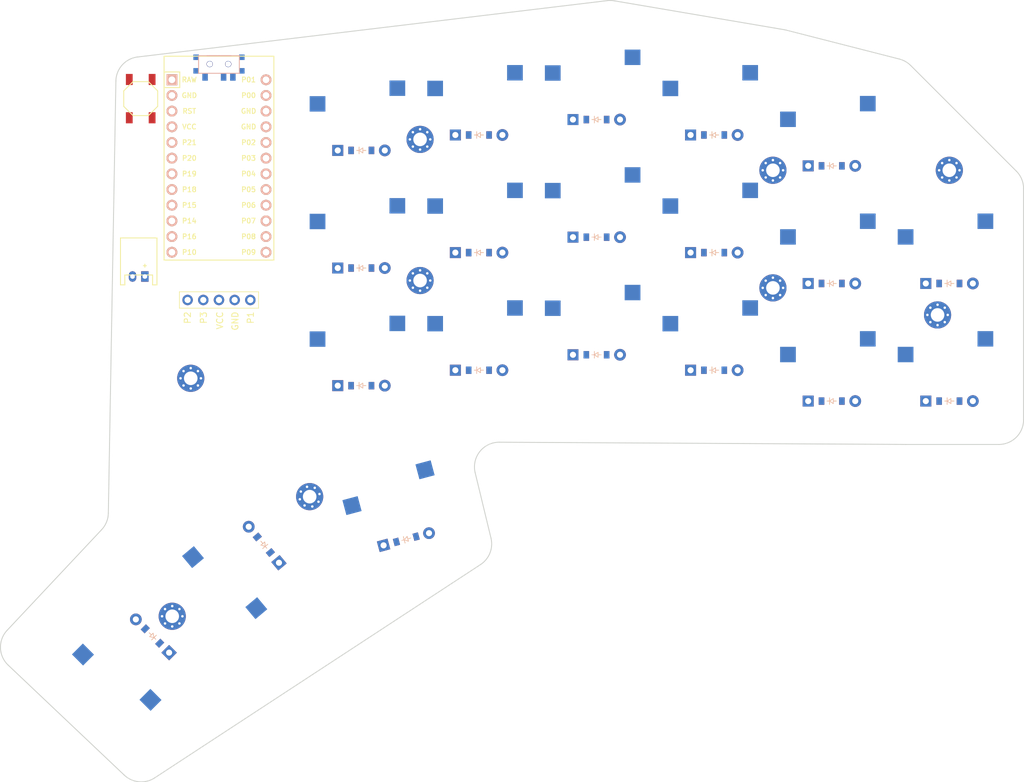
<source format=kicad_pcb>
(kicad_pcb (version 20240108) (generator "ergogen") (generator_version "4.2.1")
  (title_block (title "juubo_right") (date "2026-02-08") (rev "v1.0.0") (company "Unknown"))
  (layers (0 "F.Cu" signal) (31 "B.Cu" signal) (34 "B.Paste" user) (35 "F.Paste" user) (36 "B.SilkS" user "B.Silkscreen") (37 "F.SilkS" user "F.Silkscreen") (38 "B.Mask" user) (39 "F.Mask" user) (44 "Edge.Cuts" user))
  (net 0 "")
  (net 1 "P2")
  (net 2 "P3")
  (net 3 "VCC")
  (net 4 "GND")
  (net 5 "P1")
  (net 6 "DISP1_1")
  (net 7 "DISP1_2")
  (net 8 "DISP1_4")
  (net 9 "DISP1_5")
  (net 10 "P0")
  (net 11 "mirror_outer_bottom")
  (net 12 "mirror_outer_home")
  (net 13 "P4")
  (net 14 "mirror_pinky_bottom")
  (net 15 "mirror_pinky_home")
  (net 16 "mirror_pinky_top")
  (net 17 "P5")
  (net 18 "mirror_ring_bottom")
  (net 19 "mirror_ring_home")
  (net 20 "mirror_ring_top")
  (net 21 "P6")
  (net 22 "mirror_middle_bottom")
  (net 23 "mirror_middle_home")
  (net 24 "mirror_middle_top")
  (net 25 "P7")
  (net 26 "mirror_index_bottom")
  (net 27 "mirror_index_home")
  (net 28 "mirror_index_top")
  (net 29 "P8")
  (net 30 "mirror_inner_bottom")
  (net 31 "mirror_inner_home")
  (net 32 "mirror_inner_top")
  (net 33 "mirror_layer_cluster")
  (net 34 "mirror_space_cluster")
  (net 35 "mirror_extra_cluster")
  (net 36 "P16")
  (net 37 "P10")
  (net 38 "P9")
  (net 39 "P14")
  (net 40 "RAW")
  (net 41 "RST")
  (net 42 "P21")
  (net 43 "P20")
  (net 44 "P19")
  (net 45 "P18")
  (net 46 "P15")
  (net 47 "B+")
  (footprint "ceoloide:display_nice_view" (layer F.Cu) (at 325.55 121.92499999999998 0)
    (property "Reference" "DISP1" hide)
    (fp_text user "P2" (at -5.08 18.5 90) (layer "F.SilkS") (effects (justify right)))
    (fp_text user "P3" (at -2.48 18.5 90) (layer "F.SilkS") (effects (justify right)))
    (fp_text user "VCC" (at 0.15 18.5 90) (layer "F.SilkS") (effects (justify right)))
    (fp_text user "GND" (at 2.62 18.5 90) (layer "F.SilkS") (effects (justify right)))
    (fp_text user "P1" (at 5.12 18.5 90) (layer "F.SilkS") (effects (justify right)))
    (pad "1" thru_hole oval (at -5.08 16.7 270) (size 1.7 1.7) (drill 1) (layers "*.Cu" "*.Mask") (net 1 "P2"))
    (pad "2" thru_hole oval (at -2.54 16.7 270) (size 1.7 1.7) (drill 1) (layers "*.Cu" "*.Mask") (net 2 "P3"))
    (pad "3" thru_hole oval (at 0 16.7 270) (size 1.7 1.7) (drill 1) (layers "*.Cu" "*.Mask") (net 3 "VCC"))
    (pad "4" thru_hole oval (at 2.54 16.7 270) (size 1.7 1.7) (drill 1) (layers "*.Cu" "*.Mask") (net 4 "GND"))
    (pad "5" thru_hole circle (at 5.08 16.7 270) (size 1.7 1.7) (drill 1) (layers "*.Cu" "*.Mask") (net 5 "P1"))
  )
  (module MX (layer F.Cu) (at 443.85 150 0)
    (fp_text reference "S1" hide)
    (fp_text value "" hide)
    (pad "" np_thru_hole circle (at 0 0) (size 3.9878 3.9878) (drill 3.9878) (layers *.Cu *.Mask))
    (pad "" np_thru_hole circle (at 5.08 0) (size 1.7018 1.7018) (drill 1.7018) (layers *.Cu *.Mask))
    (pad "" np_thru_hole circle (at -5.08 0) (size 1.7018 1.7018) (drill 1.7018) (layers *.Cu *.Mask))
    (pad "" np_thru_hole circle (at 2.54 -5.08) (size 3 3) (drill 3) (layers *.Cu *.Mask))
    (pad "" np_thru_hole circle (at -3.81 -2.54) (size 3 3) (drill 3) (layers *.Cu *.Mask))
    (pad 1 smd rect (at -7.085 -2.54 0) (size 2.55 2.5) (layers B.Cu B.Paste B.Mask) (net 10 "P0"))
    (pad 2 smd rect (at 5.842 -5.08 0) (size 2.55 2.5) (layers B.Cu B.Paste B.Mask) (net 11 "mirror_outer_bottom"))
  )
  (module MX (layer F.Cu) (at 443.85 130.95 0)
    (fp_text reference "S2" hide)
    (fp_text value "" hide)
    (pad "" np_thru_hole circle (at 0 0) (size 3.9878 3.9878) (drill 3.9878) (layers *.Cu *.Mask))
    (pad "" np_thru_hole circle (at 5.08 0) (size 1.7018 1.7018) (drill 1.7018) (layers *.Cu *.Mask))
    (pad "" np_thru_hole circle (at -5.08 0) (size 1.7018 1.7018) (drill 1.7018) (layers *.Cu *.Mask))
    (pad "" np_thru_hole circle (at 2.54 -5.08) (size 3 3) (drill 3) (layers *.Cu *.Mask))
    (pad "" np_thru_hole circle (at -3.81 -2.54) (size 3 3) (drill 3) (layers *.Cu *.Mask))
    (pad 1 smd rect (at -7.085 -2.54 0) (size 2.55 2.5) (layers B.Cu B.Paste B.Mask) (net 10 "P0"))
    (pad 2 smd rect (at 5.842 -5.08 0) (size 2.55 2.5) (layers B.Cu B.Paste B.Mask) (net 12 "mirror_outer_home"))
  )
  (module MX (layer F.Cu) (at 424.8 150 0)
    (fp_text reference "S3" hide)
    (fp_text value "" hide)
    (pad "" np_thru_hole circle (at 0 0) (size 3.9878 3.9878) (drill 3.9878) (layers *.Cu *.Mask))
    (pad "" np_thru_hole circle (at 5.08 0) (size 1.7018 1.7018) (drill 1.7018) (layers *.Cu *.Mask))
    (pad "" np_thru_hole circle (at -5.08 0) (size 1.7018 1.7018) (drill 1.7018) (layers *.Cu *.Mask))
    (pad "" np_thru_hole circle (at 2.54 -5.08) (size 3 3) (drill 3) (layers *.Cu *.Mask))
    (pad "" np_thru_hole circle (at -3.81 -2.54) (size 3 3) (drill 3) (layers *.Cu *.Mask))
    (pad 1 smd rect (at -7.085 -2.54 0) (size 2.55 2.5) (layers B.Cu B.Paste B.Mask) (net 13 "P4"))
    (pad 2 smd rect (at 5.842 -5.08 0) (size 2.55 2.5) (layers B.Cu B.Paste B.Mask) (net 14 "mirror_pinky_bottom"))
  )
  (module MX (layer F.Cu) (at 424.8 130.95 0)
    (fp_text reference "S4" hide)
    (fp_text value "" hide)
    (pad "" np_thru_hole circle (at 0 0) (size 3.9878 3.9878) (drill 3.9878) (layers *.Cu *.Mask))
    (pad "" np_thru_hole circle (at 5.08 0) (size 1.7018 1.7018) (drill 1.7018) (layers *.Cu *.Mask))
    (pad "" np_thru_hole circle (at -5.08 0) (size 1.7018 1.7018) (drill 1.7018) (layers *.Cu *.Mask))
    (pad "" np_thru_hole circle (at 2.54 -5.08) (size 3 3) (drill 3) (layers *.Cu *.Mask))
    (pad "" np_thru_hole circle (at -3.81 -2.54) (size 3 3) (drill 3) (layers *.Cu *.Mask))
    (pad 1 smd rect (at -7.085 -2.54 0) (size 2.55 2.5) (layers B.Cu B.Paste B.Mask) (net 13 "P4"))
    (pad 2 smd rect (at 5.842 -5.08 0) (size 2.55 2.5) (layers B.Cu B.Paste B.Mask) (net 15 "mirror_pinky_home"))
  )
  (module MX (layer F.Cu) (at 424.8 111.89999999999999 0)
    (fp_text reference "S5" hide)
    (fp_text value "" hide)
    (pad "" np_thru_hole circle (at 0 0) (size 3.9878 3.9878) (drill 3.9878) (layers *.Cu *.Mask))
    (pad "" np_thru_hole circle (at 5.08 0) (size 1.7018 1.7018) (drill 1.7018) (layers *.Cu *.Mask))
    (pad "" np_thru_hole circle (at -5.08 0) (size 1.7018 1.7018) (drill 1.7018) (layers *.Cu *.Mask))
    (pad "" np_thru_hole circle (at 2.54 -5.08) (size 3 3) (drill 3) (layers *.Cu *.Mask))
    (pad "" np_thru_hole circle (at -3.81 -2.54) (size 3 3) (drill 3) (layers *.Cu *.Mask))
    (pad 1 smd rect (at -7.085 -2.54 0) (size 2.55 2.5) (layers B.Cu B.Paste B.Mask) (net 13 "P4"))
    (pad 2 smd rect (at 5.842 -5.08 0) (size 2.55 2.5) (layers B.Cu B.Paste B.Mask) (net 16 "mirror_pinky_top"))
  )
  (module MX (layer F.Cu) (at 405.75 145 0)
    (fp_text reference "S6" hide)
    (fp_text value "" hide)
    (pad "" np_thru_hole circle (at 0 0) (size 3.9878 3.9878) (drill 3.9878) (layers *.Cu *.Mask))
    (pad "" np_thru_hole circle (at 5.08 0) (size 1.7018 1.7018) (drill 1.7018) (layers *.Cu *.Mask))
    (pad "" np_thru_hole circle (at -5.08 0) (size 1.7018 1.7018) (drill 1.7018) (layers *.Cu *.Mask))
    (pad "" np_thru_hole circle (at 2.54 -5.08) (size 3 3) (drill 3) (layers *.Cu *.Mask))
    (pad "" np_thru_hole circle (at -3.81 -2.54) (size 3 3) (drill 3) (layers *.Cu *.Mask))
    (pad 1 smd rect (at -7.085 -2.54 0) (size 2.55 2.5) (layers B.Cu B.Paste B.Mask) (net 17 "P5"))
    (pad 2 smd rect (at 5.842 -5.08 0) (size 2.55 2.5) (layers B.Cu B.Paste B.Mask) (net 18 "mirror_ring_bottom"))
  )
  (module MX (layer F.Cu) (at 405.75 125.95 0)
    (fp_text reference "S7" hide)
    (fp_text value "" hide)
    (pad "" np_thru_hole circle (at 0 0) (size 3.9878 3.9878) (drill 3.9878) (layers *.Cu *.Mask))
    (pad "" np_thru_hole circle (at 5.08 0) (size 1.7018 1.7018) (drill 1.7018) (layers *.Cu *.Mask))
    (pad "" np_thru_hole circle (at -5.08 0) (size 1.7018 1.7018) (drill 1.7018) (layers *.Cu *.Mask))
    (pad "" np_thru_hole circle (at 2.54 -5.08) (size 3 3) (drill 3) (layers *.Cu *.Mask))
    (pad "" np_thru_hole circle (at -3.81 -2.54) (size 3 3) (drill 3) (layers *.Cu *.Mask))
    (pad 1 smd rect (at -7.085 -2.54 0) (size 2.55 2.5) (layers B.Cu B.Paste B.Mask) (net 17 "P5"))
    (pad 2 smd rect (at 5.842 -5.08 0) (size 2.55 2.5) (layers B.Cu B.Paste B.Mask) (net 19 "mirror_ring_home"))
  )
  (module MX (layer F.Cu) (at 405.75 106.9 0)
    (fp_text reference "S8" hide)
    (fp_text value "" hide)
    (pad "" np_thru_hole circle (at 0 0) (size 3.9878 3.9878) (drill 3.9878) (layers *.Cu *.Mask))
    (pad "" np_thru_hole circle (at 5.08 0) (size 1.7018 1.7018) (drill 1.7018) (layers *.Cu *.Mask))
    (pad "" np_thru_hole circle (at -5.08 0) (size 1.7018 1.7018) (drill 1.7018) (layers *.Cu *.Mask))
    (pad "" np_thru_hole circle (at 2.54 -5.08) (size 3 3) (drill 3) (layers *.Cu *.Mask))
    (pad "" np_thru_hole circle (at -3.81 -2.54) (size 3 3) (drill 3) (layers *.Cu *.Mask))
    (pad 1 smd rect (at -7.085 -2.54 0) (size 2.55 2.5) (layers B.Cu B.Paste B.Mask) (net 17 "P5"))
    (pad 2 smd rect (at 5.842 -5.08 0) (size 2.55 2.5) (layers B.Cu B.Paste B.Mask) (net 20 "mirror_ring_top"))
  )
  (module MX (layer F.Cu) (at 386.70000000000005 142.5 0)
    (fp_text reference "S9" hide)
    (fp_text value "" hide)
    (pad "" np_thru_hole circle (at 0 0) (size 3.9878 3.9878) (drill 3.9878) (layers *.Cu *.Mask))
    (pad "" np_thru_hole circle (at 5.08 0) (size 1.7018 1.7018) (drill 1.7018) (layers *.Cu *.Mask))
    (pad "" np_thru_hole circle (at -5.08 0) (size 1.7018 1.7018) (drill 1.7018) (layers *.Cu *.Mask))
    (pad "" np_thru_hole circle (at 2.54 -5.08) (size 3 3) (drill 3) (layers *.Cu *.Mask))
    (pad "" np_thru_hole circle (at -3.81 -2.54) (size 3 3) (drill 3) (layers *.Cu *.Mask))
    (pad 1 smd rect (at -7.085 -2.54 0) (size 2.55 2.5) (layers B.Cu B.Paste B.Mask) (net 21 "P6"))
    (pad 2 smd rect (at 5.842 -5.08 0) (size 2.55 2.5) (layers B.Cu B.Paste B.Mask) (net 22 "mirror_middle_bottom"))
  )
  (module MX (layer F.Cu) (at 386.70000000000005 123.45 0)
    (fp_text reference "S10" hide)
    (fp_text value "" hide)
    (pad "" np_thru_hole circle (at 0 0) (size 3.9878 3.9878) (drill 3.9878) (layers *.Cu *.Mask))
    (pad "" np_thru_hole circle (at 5.08 0) (size 1.7018 1.7018) (drill 1.7018) (layers *.Cu *.Mask))
    (pad "" np_thru_hole circle (at -5.08 0) (size 1.7018 1.7018) (drill 1.7018) (layers *.Cu *.Mask))
    (pad "" np_thru_hole circle (at 2.54 -5.08) (size 3 3) (drill 3) (layers *.Cu *.Mask))
    (pad "" np_thru_hole circle (at -3.81 -2.54) (size 3 3) (drill 3) (layers *.Cu *.Mask))
    (pad 1 smd rect (at -7.085 -2.54 0) (size 2.55 2.5) (layers B.Cu B.Paste B.Mask) (net 21 "P6"))
    (pad 2 smd rect (at 5.842 -5.08 0) (size 2.55 2.5) (layers B.Cu B.Paste B.Mask) (net 23 "mirror_middle_home"))
  )
  (module MX (layer F.Cu) (at 386.70000000000005 104.4 0)
    (fp_text reference "S11" hide)
    (fp_text value "" hide)
    (pad "" np_thru_hole circle (at 0 0) (size 3.9878 3.9878) (drill 3.9878) (layers *.Cu *.Mask))
    (pad "" np_thru_hole circle (at 5.08 0) (size 1.7018 1.7018) (drill 1.7018) (layers *.Cu *.Mask))
    (pad "" np_thru_hole circle (at -5.08 0) (size 1.7018 1.7018) (drill 1.7018) (layers *.Cu *.Mask))
    (pad "" np_thru_hole circle (at 2.54 -5.08) (size 3 3) (drill 3) (layers *.Cu *.Mask))
    (pad "" np_thru_hole circle (at -3.81 -2.54) (size 3 3) (drill 3) (layers *.Cu *.Mask))
    (pad 1 smd rect (at -7.085 -2.54 0) (size 2.55 2.5) (layers B.Cu B.Paste B.Mask) (net 21 "P6"))
    (pad 2 smd rect (at 5.842 -5.08 0) (size 2.55 2.5) (layers B.Cu B.Paste B.Mask) (net 24 "mirror_middle_top"))
  )
  (module MX (layer F.Cu) (at 367.65000000000003 145 0)
    (fp_text reference "S12" hide)
    (fp_text value "" hide)
    (pad "" np_thru_hole circle (at 0 0) (size 3.9878 3.9878) (drill 3.9878) (layers *.Cu *.Mask))
    (pad "" np_thru_hole circle (at 5.08 0) (size 1.7018 1.7018) (drill 1.7018) (layers *.Cu *.Mask))
    (pad "" np_thru_hole circle (at -5.08 0) (size 1.7018 1.7018) (drill 1.7018) (layers *.Cu *.Mask))
    (pad "" np_thru_hole circle (at 2.54 -5.08) (size 3 3) (drill 3) (layers *.Cu *.Mask))
    (pad "" np_thru_hole circle (at -3.81 -2.54) (size 3 3) (drill 3) (layers *.Cu *.Mask))
    (pad 1 smd rect (at -7.085 -2.54 0) (size 2.55 2.5) (layers B.Cu B.Paste B.Mask) (net 25 "P7"))
    (pad 2 smd rect (at 5.842 -5.08 0) (size 2.55 2.5) (layers B.Cu B.Paste B.Mask) (net 26 "mirror_index_bottom"))
  )
  (module MX (layer F.Cu) (at 367.65000000000003 125.95 0)
    (fp_text reference "S13" hide)
    (fp_text value "" hide)
    (pad "" np_thru_hole circle (at 0 0) (size 3.9878 3.9878) (drill 3.9878) (layers *.Cu *.Mask))
    (pad "" np_thru_hole circle (at 5.08 0) (size 1.7018 1.7018) (drill 1.7018) (layers *.Cu *.Mask))
    (pad "" np_thru_hole circle (at -5.08 0) (size 1.7018 1.7018) (drill 1.7018) (layers *.Cu *.Mask))
    (pad "" np_thru_hole circle (at 2.54 -5.08) (size 3 3) (drill 3) (layers *.Cu *.Mask))
    (pad "" np_thru_hole circle (at -3.81 -2.54) (size 3 3) (drill 3) (layers *.Cu *.Mask))
    (pad 1 smd rect (at -7.085 -2.54 0) (size 2.55 2.5) (layers B.Cu B.Paste B.Mask) (net 25 "P7"))
    (pad 2 smd rect (at 5.842 -5.08 0) (size 2.55 2.5) (layers B.Cu B.Paste B.Mask) (net 27 "mirror_index_home"))
  )
  (module MX (layer F.Cu) (at 367.65000000000003 106.9 0)
    (fp_text reference "S14" hide)
    (fp_text value "" hide)
    (pad "" np_thru_hole circle (at 0 0) (size 3.9878 3.9878) (drill 3.9878) (layers *.Cu *.Mask))
    (pad "" np_thru_hole circle (at 5.08 0) (size 1.7018 1.7018) (drill 1.7018) (layers *.Cu *.Mask))
    (pad "" np_thru_hole circle (at -5.08 0) (size 1.7018 1.7018) (drill 1.7018) (layers *.Cu *.Mask))
    (pad "" np_thru_hole circle (at 2.54 -5.08) (size 3 3) (drill 3) (layers *.Cu *.Mask))
    (pad "" np_thru_hole circle (at -3.81 -2.54) (size 3 3) (drill 3) (layers *.Cu *.Mask))
    (pad 1 smd rect (at -7.085 -2.54 0) (size 2.55 2.5) (layers B.Cu B.Paste B.Mask) (net 25 "P7"))
    (pad 2 smd rect (at 5.842 -5.08 0) (size 2.55 2.5) (layers B.Cu B.Paste B.Mask) (net 28 "mirror_index_top"))
  )
  (module MX (layer F.Cu) (at 348.6 147.5 0)
    (fp_text reference "S15" hide)
    (fp_text value "" hide)
    (pad "" np_thru_hole circle (at 0 0) (size 3.9878 3.9878) (drill 3.9878) (layers *.Cu *.Mask))
    (pad "" np_thru_hole circle (at 5.08 0) (size 1.7018 1.7018) (drill 1.7018) (layers *.Cu *.Mask))
    (pad "" np_thru_hole circle (at -5.08 0) (size 1.7018 1.7018) (drill 1.7018) (layers *.Cu *.Mask))
    (pad "" np_thru_hole circle (at 2.54 -5.08) (size 3 3) (drill 3) (layers *.Cu *.Mask))
    (pad "" np_thru_hole circle (at -3.81 -2.54) (size 3 3) (drill 3) (layers *.Cu *.Mask))
    (pad 1 smd rect (at -7.085 -2.54 0) (size 2.55 2.5) (layers B.Cu B.Paste B.Mask) (net 29 "P8"))
    (pad 2 smd rect (at 5.842 -5.08 0) (size 2.55 2.5) (layers B.Cu B.Paste B.Mask) (net 30 "mirror_inner_bottom"))
  )
  (module MX (layer F.Cu) (at 348.6 128.45 0)
    (fp_text reference "S16" hide)
    (fp_text value "" hide)
    (pad "" np_thru_hole circle (at 0 0) (size 3.9878 3.9878) (drill 3.9878) (layers *.Cu *.Mask))
    (pad "" np_thru_hole circle (at 5.08 0) (size 1.7018 1.7018) (drill 1.7018) (layers *.Cu *.Mask))
    (pad "" np_thru_hole circle (at -5.08 0) (size 1.7018 1.7018) (drill 1.7018) (layers *.Cu *.Mask))
    (pad "" np_thru_hole circle (at 2.54 -5.08) (size 3 3) (drill 3) (layers *.Cu *.Mask))
    (pad "" np_thru_hole circle (at -3.81 -2.54) (size 3 3) (drill 3) (layers *.Cu *.Mask))
    (pad 1 smd rect (at -7.085 -2.54 0) (size 2.55 2.5) (layers B.Cu B.Paste B.Mask) (net 29 "P8"))
    (pad 2 smd rect (at 5.842 -5.08 0) (size 2.55 2.5) (layers B.Cu B.Paste B.Mask) (net 31 "mirror_inner_home"))
  )
  (module MX (layer F.Cu) (at 348.6 109.39999999999999 0)
    (fp_text reference "S17" hide)
    (fp_text value "" hide)
    (pad "" np_thru_hole circle (at 0 0) (size 3.9878 3.9878) (drill 3.9878) (layers *.Cu *.Mask))
    (pad "" np_thru_hole circle (at 5.08 0) (size 1.7018 1.7018) (drill 1.7018) (layers *.Cu *.Mask))
    (pad "" np_thru_hole circle (at -5.08 0) (size 1.7018 1.7018) (drill 1.7018) (layers *.Cu *.Mask))
    (pad "" np_thru_hole circle (at 2.54 -5.08) (size 3 3) (drill 3) (layers *.Cu *.Mask))
    (pad "" np_thru_hole circle (at -3.81 -2.54) (size 3 3) (drill 3) (layers *.Cu *.Mask))
    (pad 1 smd rect (at -7.085 -2.54 0) (size 2.55 2.5) (layers B.Cu B.Paste B.Mask) (net 29 "P8"))
    (pad 2 smd rect (at 5.842 -5.08 0) (size 2.55 2.5) (layers B.Cu B.Paste B.Mask) (net 32 "mirror_inner_top"))
  )
  (module MX (layer F.Cu) (at 354.6 172.55 15)
    (fp_text reference "S18" hide)
    (fp_text value "" hide)
    (pad "" np_thru_hole circle (at 0 0) (size 3.9878 3.9878) (drill 3.9878) (layers *.Cu *.Mask))
    (pad "" np_thru_hole circle (at 5.08 0) (size 1.7018 1.7018) (drill 1.7018) (layers *.Cu *.Mask))
    (pad "" np_thru_hole circle (at -5.08 0) (size 1.7018 1.7018) (drill 1.7018) (layers *.Cu *.Mask))
    (pad "" np_thru_hole circle (at 2.54 -5.08) (size 3 3) (drill 3) (layers *.Cu *.Mask))
    (pad "" np_thru_hole circle (at -3.81 -2.54) (size 3 3) (drill 3) (layers *.Cu *.Mask))
    (pad 1 smd rect (at -7.085 -2.54 15) (size 2.55 2.5) (layers B.Cu B.Paste B.Mask) (net 21 "P6"))
    (pad 2 smd rect (at 5.842 -5.08 15) (size 2.55 2.5) (layers B.Cu B.Paste B.Mask) (net 33 "mirror_layer_cluster"))
  )
  (module MX (layer F.Cu) (at 328.9893445 181.48290680000002 130)
    (fp_text reference "S19" hide)
    (fp_text value "" hide)
    (pad "" np_thru_hole circle (at 0 0) (size 3.9878 3.9878) (drill 3.9878) (layers *.Cu *.Mask))
    (pad "" np_thru_hole circle (at 5.08 0) (size 1.7018 1.7018) (drill 1.7018) (layers *.Cu *.Mask))
    (pad "" np_thru_hole circle (at -5.08 0) (size 1.7018 1.7018) (drill 1.7018) (layers *.Cu *.Mask))
    (pad "" np_thru_hole circle (at 2.54 -5.08) (size 3 3) (drill 3) (layers *.Cu *.Mask))
    (pad "" np_thru_hole circle (at -3.81 -2.54) (size 3 3) (drill 3) (layers *.Cu *.Mask))
    (pad 1 smd rect (at -7.085 -2.54 130) (size 2.55 2.5) (layers B.Cu B.Paste B.Mask) (net 25 "P7"))
    (pad 2 smd rect (at 5.842 -5.08 130) (size 2.55 2.5) (layers B.Cu B.Paste B.Mask) (net 34 "mirror_space_cluster"))
  )
  (module MX (layer F.Cu) (at 311.2447963000001 196.590306 135)
    (fp_text reference "S20" hide)
    (fp_text value "" hide)
    (pad "" np_thru_hole circle (at 0 0) (size 3.9878 3.9878) (drill 3.9878) (layers *.Cu *.Mask))
    (pad "" np_thru_hole circle (at 5.08 0) (size 1.7018 1.7018) (drill 1.7018) (layers *.Cu *.Mask))
    (pad "" np_thru_hole circle (at -5.08 0) (size 1.7018 1.7018) (drill 1.7018) (layers *.Cu *.Mask))
    (pad "" np_thru_hole circle (at 2.54 -5.08) (size 3 3) (drill 3) (layers *.Cu *.Mask))
    (pad "" np_thru_hole circle (at -3.81 -2.54) (size 3 3) (drill 3) (layers *.Cu *.Mask))
    (pad 1 smd rect (at -7.085 -2.54 135) (size 2.55 2.5) (layers B.Cu B.Paste B.Mask) (net 29 "P8"))
    (pad 2 smd rect (at 5.842 -5.08 135) (size 2.55 2.5) (layers B.Cu B.Paste B.Mask) (net 35 "mirror_extra_cluster"))
  )
  (module ComboDiode (layer F.Cu) (at 443.85 155 0)
    (fp_text reference "D1" hide)
    (fp_text value "" hide)
    (pad 1 smd rect (at -1.65 0 0) (size 0.9 1.2) (layers F.Cu F.Paste F.Mask) (net 36 "P16"))
    (pad 2 smd rect (at 1.65 0 0) (size 0.9 1.2) (layers B.Cu B.Paste B.Mask) (net 11 "mirror_outer_bottom"))
    (pad 1 smd rect (at -1.65 0 0) (size 0.9 1.2) (layers B.Cu B.Paste B.Mask) (net 36 "P16"))
    (pad 2 smd rect (at 1.65 0 0) (size 0.9 1.2) (layers F.Cu F.Paste F.Mask) (net 11 "mirror_outer_bottom"))
    (pad 1 thru_hole rect (at -3.81 0 0) (size 1.778 1.778) (drill 0.9906) (layers *.Cu *.Mask) (net 36 "P16"))
    (pad 2 thru_hole circle (at 3.81 0 0) (size 1.905 1.905) (drill 0.9906) (layers *.Cu *.Mask) (net 11 "mirror_outer_bottom"))
  )
  (module ComboDiode (layer F.Cu) (at 443.85 135.95 0)
    (fp_text reference "D2" hide)
    (fp_text value "" hide)
    (pad 1 smd rect (at -1.65 0 0) (size 0.9 1.2) (layers F.Cu F.Paste F.Mask) (net 37 "P10"))
    (pad 2 smd rect (at 1.65 0 0) (size 0.9 1.2) (layers B.Cu B.Paste B.Mask) (net 12 "mirror_outer_home"))
    (pad 1 smd rect (at -1.65 0 0) (size 0.9 1.2) (layers B.Cu B.Paste B.Mask) (net 37 "P10"))
    (pad 2 smd rect (at 1.65 0 0) (size 0.9 1.2) (layers F.Cu F.Paste F.Mask) (net 12 "mirror_outer_home"))
    (pad 1 thru_hole rect (at -3.81 0 0) (size 1.778 1.778) (drill 0.9906) (layers *.Cu *.Mask) (net 37 "P10"))
    (pad 2 thru_hole circle (at 3.81 0 0) (size 1.905 1.905) (drill 0.9906) (layers *.Cu *.Mask) (net 12 "mirror_outer_home"))
  )
  (module ComboDiode (layer F.Cu) (at 424.8 155 0)
    (fp_text reference "D3" hide)
    (fp_text value "" hide)
    (pad 1 smd rect (at -1.65 0 0) (size 0.9 1.2) (layers F.Cu F.Paste F.Mask) (net 36 "P16"))
    (pad 2 smd rect (at 1.65 0 0) (size 0.9 1.2) (layers B.Cu B.Paste B.Mask) (net 14 "mirror_pinky_bottom"))
    (pad 1 smd rect (at -1.65 0 0) (size 0.9 1.2) (layers B.Cu B.Paste B.Mask) (net 36 "P16"))
    (pad 2 smd rect (at 1.65 0 0) (size 0.9 1.2) (layers F.Cu F.Paste F.Mask) (net 14 "mirror_pinky_bottom"))
    (pad 1 thru_hole rect (at -3.81 0 0) (size 1.778 1.778) (drill 0.9906) (layers *.Cu *.Mask) (net 36 "P16"))
    (pad 2 thru_hole circle (at 3.81 0 0) (size 1.905 1.905) (drill 0.9906) (layers *.Cu *.Mask) (net 14 "mirror_pinky_bottom"))
  )
  (module ComboDiode (layer F.Cu) (at 424.8 135.95 0)
    (fp_text reference "D4" hide)
    (fp_text value "" hide)
    (pad 1 smd rect (at -1.65 0 0) (size 0.9 1.2) (layers F.Cu F.Paste F.Mask) (net 37 "P10"))
    (pad 2 smd rect (at 1.65 0 0) (size 0.9 1.2) (layers B.Cu B.Paste B.Mask) (net 15 "mirror_pinky_home"))
    (pad 1 smd rect (at -1.65 0 0) (size 0.9 1.2) (layers B.Cu B.Paste B.Mask) (net 37 "P10"))
    (pad 2 smd rect (at 1.65 0 0) (size 0.9 1.2) (layers F.Cu F.Paste F.Mask) (net 15 "mirror_pinky_home"))
    (pad 1 thru_hole rect (at -3.81 0 0) (size 1.778 1.778) (drill 0.9906) (layers *.Cu *.Mask) (net 37 "P10"))
    (pad 2 thru_hole circle (at 3.81 0 0) (size 1.905 1.905) (drill 0.9906) (layers *.Cu *.Mask) (net 15 "mirror_pinky_home"))
  )
  (module ComboDiode (layer F.Cu) (at 424.8 116.89999999999999 0)
    (fp_text reference "D5" hide)
    (fp_text value "" hide)
    (pad 1 smd rect (at -1.65 0 0) (size 0.9 1.2) (layers F.Cu F.Paste F.Mask) (net 38 "P9"))
    (pad 2 smd rect (at 1.65 0 0) (size 0.9 1.2) (layers B.Cu B.Paste B.Mask) (net 16 "mirror_pinky_top"))
    (pad 1 smd rect (at -1.65 0 0) (size 0.9 1.2) (layers B.Cu B.Paste B.Mask) (net 38 "P9"))
    (pad 2 smd rect (at 1.65 0 0) (size 0.9 1.2) (layers F.Cu F.Paste F.Mask) (net 16 "mirror_pinky_top"))
    (pad 1 thru_hole rect (at -3.81 0 0) (size 1.778 1.778) (drill 0.9906) (layers *.Cu *.Mask) (net 38 "P9"))
    (pad 2 thru_hole circle (at 3.81 0 0) (size 1.905 1.905) (drill 0.9906) (layers *.Cu *.Mask) (net 16 "mirror_pinky_top"))
  )
  (module ComboDiode (layer F.Cu) (at 405.75 150 0)
    (fp_text reference "D6" hide)
    (fp_text value "" hide)
    (pad 1 smd rect (at -1.65 0 0) (size 0.9 1.2) (layers F.Cu F.Paste F.Mask) (net 36 "P16"))
    (pad 2 smd rect (at 1.65 0 0) (size 0.9 1.2) (layers B.Cu B.Paste B.Mask) (net 18 "mirror_ring_bottom"))
    (pad 1 smd rect (at -1.65 0 0) (size 0.9 1.2) (layers B.Cu B.Paste B.Mask) (net 36 "P16"))
    (pad 2 smd rect (at 1.65 0 0) (size 0.9 1.2) (layers F.Cu F.Paste F.Mask) (net 18 "mirror_ring_bottom"))
    (pad 1 thru_hole rect (at -3.81 0 0) (size 1.778 1.778) (drill 0.9906) (layers *.Cu *.Mask) (net 36 "P16"))
    (pad 2 thru_hole circle (at 3.81 0 0) (size 1.905 1.905) (drill 0.9906) (layers *.Cu *.Mask) (net 18 "mirror_ring_bottom"))
  )
  (module ComboDiode (layer F.Cu) (at 405.75 130.95 0)
    (fp_text reference "D7" hide)
    (fp_text value "" hide)
    (pad 1 smd rect (at -1.65 0 0) (size 0.9 1.2) (layers F.Cu F.Paste F.Mask) (net 37 "P10"))
    (pad 2 smd rect (at 1.65 0 0) (size 0.9 1.2) (layers B.Cu B.Paste B.Mask) (net 19 "mirror_ring_home"))
    (pad 1 smd rect (at -1.65 0 0) (size 0.9 1.2) (layers B.Cu B.Paste B.Mask) (net 37 "P10"))
    (pad 2 smd rect (at 1.65 0 0) (size 0.9 1.2) (layers F.Cu F.Paste F.Mask) (net 19 "mirror_ring_home"))
    (pad 1 thru_hole rect (at -3.81 0 0) (size 1.778 1.778) (drill 0.9906) (layers *.Cu *.Mask) (net 37 "P10"))
    (pad 2 thru_hole circle (at 3.81 0 0) (size 1.905 1.905) (drill 0.9906) (layers *.Cu *.Mask) (net 19 "mirror_ring_home"))
  )
  (module ComboDiode (layer F.Cu) (at 405.75 111.9 0)
    (fp_text reference "D8" hide)
    (fp_text value "" hide)
    (pad 1 smd rect (at -1.65 0 0) (size 0.9 1.2) (layers F.Cu F.Paste F.Mask) (net 38 "P9"))
    (pad 2 smd rect (at 1.65 0 0) (size 0.9 1.2) (layers B.Cu B.Paste B.Mask) (net 20 "mirror_ring_top"))
    (pad 1 smd rect (at -1.65 0 0) (size 0.9 1.2) (layers B.Cu B.Paste B.Mask) (net 38 "P9"))
    (pad 2 smd rect (at 1.65 0 0) (size 0.9 1.2) (layers F.Cu F.Paste F.Mask) (net 20 "mirror_ring_top"))
    (pad 1 thru_hole rect (at -3.81 0 0) (size 1.778 1.778) (drill 0.9906) (layers *.Cu *.Mask) (net 38 "P9"))
    (pad 2 thru_hole circle (at 3.81 0 0) (size 1.905 1.905) (drill 0.9906) (layers *.Cu *.Mask) (net 20 "mirror_ring_top"))
  )
  (module ComboDiode (layer F.Cu) (at 386.70000000000005 147.5 0)
    (fp_text reference "D9" hide)
    (fp_text value "" hide)
    (pad 1 smd rect (at -1.65 0 0) (size 0.9 1.2) (layers F.Cu F.Paste F.Mask) (net 36 "P16"))
    (pad 2 smd rect (at 1.65 0 0) (size 0.9 1.2) (layers B.Cu B.Paste B.Mask) (net 22 "mirror_middle_bottom"))
    (pad 1 smd rect (at -1.65 0 0) (size 0.9 1.2) (layers B.Cu B.Paste B.Mask) (net 36 "P16"))
    (pad 2 smd rect (at 1.65 0 0) (size 0.9 1.2) (layers F.Cu F.Paste F.Mask) (net 22 "mirror_middle_bottom"))
    (pad 1 thru_hole rect (at -3.81 0 0) (size 1.778 1.778) (drill 0.9906) (layers *.Cu *.Mask) (net 36 "P16"))
    (pad 2 thru_hole circle (at 3.81 0 0) (size 1.905 1.905) (drill 0.9906) (layers *.Cu *.Mask) (net 22 "mirror_middle_bottom"))
  )
  (module ComboDiode (layer F.Cu) (at 386.70000000000005 128.45 0)
    (fp_text reference "D10" hide)
    (fp_text value "" hide)
    (pad 1 smd rect (at -1.65 0 0) (size 0.9 1.2) (layers F.Cu F.Paste F.Mask) (net 37 "P10"))
    (pad 2 smd rect (at 1.65 0 0) (size 0.9 1.2) (layers B.Cu B.Paste B.Mask) (net 23 "mirror_middle_home"))
    (pad 1 smd rect (at -1.65 0 0) (size 0.9 1.2) (layers B.Cu B.Paste B.Mask) (net 37 "P10"))
    (pad 2 smd rect (at 1.65 0 0) (size 0.9 1.2) (layers F.Cu F.Paste F.Mask) (net 23 "mirror_middle_home"))
    (pad 1 thru_hole rect (at -3.81 0 0) (size 1.778 1.778) (drill 0.9906) (layers *.Cu *.Mask) (net 37 "P10"))
    (pad 2 thru_hole circle (at 3.81 0 0) (size 1.905 1.905) (drill 0.9906) (layers *.Cu *.Mask) (net 23 "mirror_middle_home"))
  )
  (module ComboDiode (layer F.Cu) (at 386.70000000000005 109.4 0)
    (fp_text reference "D11" hide)
    (fp_text value "" hide)
    (pad 1 smd rect (at -1.65 0 0) (size 0.9 1.2) (layers F.Cu F.Paste F.Mask) (net 38 "P9"))
    (pad 2 smd rect (at 1.65 0 0) (size 0.9 1.2) (layers B.Cu B.Paste B.Mask) (net 24 "mirror_middle_top"))
    (pad 1 smd rect (at -1.65 0 0) (size 0.9 1.2) (layers B.Cu B.Paste B.Mask) (net 38 "P9"))
    (pad 2 smd rect (at 1.65 0 0) (size 0.9 1.2) (layers F.Cu F.Paste F.Mask) (net 24 "mirror_middle_top"))
    (pad 1 thru_hole rect (at -3.81 0 0) (size 1.778 1.778) (drill 0.9906) (layers *.Cu *.Mask) (net 38 "P9"))
    (pad 2 thru_hole circle (at 3.81 0 0) (size 1.905 1.905) (drill 0.9906) (layers *.Cu *.Mask) (net 24 "mirror_middle_top"))
  )
  (module ComboDiode (layer F.Cu) (at 367.65000000000003 150 0)
    (fp_text reference "D12" hide)
    (fp_text value "" hide)
    (pad 1 smd rect (at -1.65 0 0) (size 0.9 1.2) (layers F.Cu F.Paste F.Mask) (net 36 "P16"))
    (pad 2 smd rect (at 1.65 0 0) (size 0.9 1.2) (layers B.Cu B.Paste B.Mask) (net 26 "mirror_index_bottom"))
    (pad 1 smd rect (at -1.65 0 0) (size 0.9 1.2) (layers B.Cu B.Paste B.Mask) (net 36 "P16"))
    (pad 2 smd rect (at 1.65 0 0) (size 0.9 1.2) (layers F.Cu F.Paste F.Mask) (net 26 "mirror_index_bottom"))
    (pad 1 thru_hole rect (at -3.81 0 0) (size 1.778 1.778) (drill 0.9906) (layers *.Cu *.Mask) (net 36 "P16"))
    (pad 2 thru_hole circle (at 3.81 0 0) (size 1.905 1.905) (drill 0.9906) (layers *.Cu *.Mask) (net 26 "mirror_index_bottom"))
  )
  (module ComboDiode (layer F.Cu) (at 367.65000000000003 130.95 0)
    (fp_text reference "D13" hide)
    (fp_text value "" hide)
    (pad 1 smd rect (at -1.65 0 0) (size 0.9 1.2) (layers F.Cu F.Paste F.Mask) (net 37 "P10"))
    (pad 2 smd rect (at 1.65 0 0) (size 0.9 1.2) (layers B.Cu B.Paste B.Mask) (net 27 "mirror_index_home"))
    (pad 1 smd rect (at -1.65 0 0) (size 0.9 1.2) (layers B.Cu B.Paste B.Mask) (net 37 "P10"))
    (pad 2 smd rect (at 1.65 0 0) (size 0.9 1.2) (layers F.Cu F.Paste F.Mask) (net 27 "mirror_index_home"))
    (pad 1 thru_hole rect (at -3.81 0 0) (size 1.778 1.778) (drill 0.9906) (layers *.Cu *.Mask) (net 37 "P10"))
    (pad 2 thru_hole circle (at 3.81 0 0) (size 1.905 1.905) (drill 0.9906) (layers *.Cu *.Mask) (net 27 "mirror_index_home"))
  )
  (module ComboDiode (layer F.Cu) (at 367.65000000000003 111.9 0)
    (fp_text reference "D14" hide)
    (fp_text value "" hide)
    (pad 1 smd rect (at -1.65 0 0) (size 0.9 1.2) (layers F.Cu F.Paste F.Mask) (net 38 "P9"))
    (pad 2 smd rect (at 1.65 0 0) (size 0.9 1.2) (layers B.Cu B.Paste B.Mask) (net 28 "mirror_index_top"))
    (pad 1 smd rect (at -1.65 0 0) (size 0.9 1.2) (layers B.Cu B.Paste B.Mask) (net 38 "P9"))
    (pad 2 smd rect (at 1.65 0 0) (size 0.9 1.2) (layers F.Cu F.Paste F.Mask) (net 28 "mirror_index_top"))
    (pad 1 thru_hole rect (at -3.81 0 0) (size 1.778 1.778) (drill 0.9906) (layers *.Cu *.Mask) (net 38 "P9"))
    (pad 2 thru_hole circle (at 3.81 0 0) (size 1.905 1.905) (drill 0.9906) (layers *.Cu *.Mask) (net 28 "mirror_index_top"))
  )
  (module ComboDiode (layer F.Cu) (at 348.6 152.5 0)
    (fp_text reference "D15" hide)
    (fp_text value "" hide)
    (pad 1 smd rect (at -1.65 0 0) (size 0.9 1.2) (layers F.Cu F.Paste F.Mask) (net 36 "P16"))
    (pad 2 smd rect (at 1.65 0 0) (size 0.9 1.2) (layers B.Cu B.Paste B.Mask) (net 30 "mirror_inner_bottom"))
    (pad 1 smd rect (at -1.65 0 0) (size 0.9 1.2) (layers B.Cu B.Paste B.Mask) (net 36 "P16"))
    (pad 2 smd rect (at 1.65 0 0) (size 0.9 1.2) (layers F.Cu F.Paste F.Mask) (net 30 "mirror_inner_bottom"))
    (pad 1 thru_hole rect (at -3.81 0 0) (size 1.778 1.778) (drill 0.9906) (layers *.Cu *.Mask) (net 36 "P16"))
    (pad 2 thru_hole circle (at 3.81 0 0) (size 1.905 1.905) (drill 0.9906) (layers *.Cu *.Mask) (net 30 "mirror_inner_bottom"))
  )
  (module ComboDiode (layer F.Cu) (at 348.6 133.45 0)
    (fp_text reference "D16" hide)
    (fp_text value "" hide)
    (pad 1 smd rect (at -1.65 0 0) (size 0.9 1.2) (layers F.Cu F.Paste F.Mask) (net 37 "P10"))
    (pad 2 smd rect (at 1.65 0 0) (size 0.9 1.2) (layers B.Cu B.Paste B.Mask) (net 31 "mirror_inner_home"))
    (pad 1 smd rect (at -1.65 0 0) (size 0.9 1.2) (layers B.Cu B.Paste B.Mask) (net 37 "P10"))
    (pad 2 smd rect (at 1.65 0 0) (size 0.9 1.2) (layers F.Cu F.Paste F.Mask) (net 31 "mirror_inner_home"))
    (pad 1 thru_hole rect (at -3.81 0 0) (size 1.778 1.778) (drill 0.9906) (layers *.Cu *.Mask) (net 37 "P10"))
    (pad 2 thru_hole circle (at 3.81 0 0) (size 1.905 1.905) (drill 0.9906) (layers *.Cu *.Mask) (net 31 "mirror_inner_home"))
  )
  (module ComboDiode (layer F.Cu) (at 348.6 114.39999999999999 0)
    (fp_text reference "D17" hide)
    (fp_text value "" hide)
    (pad 1 smd rect (at -1.65 0 0) (size 0.9 1.2) (layers F.Cu F.Paste F.Mask) (net 38 "P9"))
    (pad 2 smd rect (at 1.65 0 0) (size 0.9 1.2) (layers B.Cu B.Paste B.Mask) (net 32 "mirror_inner_top"))
    (pad 1 smd rect (at -1.65 0 0) (size 0.9 1.2) (layers B.Cu B.Paste B.Mask) (net 38 "P9"))
    (pad 2 smd rect (at 1.65 0 0) (size 0.9 1.2) (layers F.Cu F.Paste F.Mask) (net 32 "mirror_inner_top"))
    (pad 1 thru_hole rect (at -3.81 0 0) (size 1.778 1.778) (drill 0.9906) (layers *.Cu *.Mask) (net 38 "P9"))
    (pad 2 thru_hole circle (at 3.81 0 0) (size 1.905 1.905) (drill 0.9906) (layers *.Cu *.Mask) (net 32 "mirror_inner_top"))
  )
  (module ComboDiode (layer F.Cu) (at 355.89409520000004 177.37962910000002 15)
    (fp_text reference "D18" hide)
    (fp_text value "" hide)
    (pad 1 smd rect (at -1.65 0 15) (size 0.9 1.2) (layers F.Cu F.Paste F.Mask) (net 39 "P14"))
    (pad 2 smd rect (at 1.65 0 15) (size 0.9 1.2) (layers B.Cu B.Paste B.Mask) (net 33 "mirror_layer_cluster"))
    (pad 1 smd rect (at -1.65 0 15) (size 0.9 1.2) (layers B.Cu B.Paste B.Mask) (net 39 "P14"))
    (pad 2 smd rect (at 1.65 0 15) (size 0.9 1.2) (layers F.Cu F.Paste F.Mask) (net 33 "mirror_layer_cluster"))
    (pad 1 thru_hole rect (at -3.81 0 15) (size 1.778 1.778) (drill 0.9906) (layers *.Cu *.Mask) (net 39 "P14"))
    (pad 2 thru_hole circle (at 3.81 0 15) (size 1.905 1.905) (drill 0.9906) (layers *.Cu *.Mask) (net 33 "mirror_layer_cluster"))
  )
  (module ComboDiode (layer F.Cu) (at 332.8195667 178.2689688 130)
    (fp_text reference "D19" hide)
    (fp_text value "" hide)
    (pad 1 smd rect (at -1.65 0 130) (size 0.9 1.2) (layers F.Cu F.Paste F.Mask) (net 39 "P14"))
    (pad 2 smd rect (at 1.65 0 130) (size 0.9 1.2) (layers B.Cu B.Paste B.Mask) (net 34 "mirror_space_cluster"))
    (pad 1 smd rect (at -1.65 0 130) (size 0.9 1.2) (layers B.Cu B.Paste B.Mask) (net 39 "P14"))
    (pad 2 smd rect (at 1.65 0 130) (size 0.9 1.2) (layers F.Cu F.Paste F.Mask) (net 34 "mirror_space_cluster"))
    (pad 1 thru_hole rect (at -3.81 0 130) (size 1.778 1.778) (drill 0.9906) (layers *.Cu *.Mask) (net 39 "P14"))
    (pad 2 thru_hole circle (at 3.81 0 130) (size 1.905 1.905) (drill 0.9906) (layers *.Cu *.Mask) (net 34 "mirror_space_cluster"))
  )
  (module ComboDiode (layer F.Cu) (at 314.7803302000001 193.0547721 135)
    (fp_text reference "D20" hide)
    (fp_text value "" hide)
    (pad 1 smd rect (at -1.65 0 135) (size 0.9 1.2) (layers F.Cu F.Paste F.Mask) (net 39 "P14"))
    (pad 2 smd rect (at 1.65 0 135) (size 0.9 1.2) (layers B.Cu B.Paste B.Mask) (net 35 "mirror_extra_cluster"))
    (pad 1 smd rect (at -1.65 0 135) (size 0.9 1.2) (layers B.Cu B.Paste B.Mask) (net 39 "P14"))
    (pad 2 smd rect (at 1.65 0 135) (size 0.9 1.2) (layers F.Cu F.Paste F.Mask) (net 35 "mirror_extra_cluster"))
    (pad 1 thru_hole rect (at -3.81 0 135) (size 1.778 1.778) (drill 0.9906) (layers *.Cu *.Mask) (net 39 "P14"))
    (pad 2 thru_hole circle (at 3.81 0 135) (size 1.905 1.905) (drill 0.9906) (layers *.Cu *.Mask) (net 35 "mirror_extra_cluster"))
  )
  (module ProMicro (layer F.Cu) (at 325.55 116.92499999999998 -90)
    (fp_text reference "MCU1" hide)
    (fp_text value "" hide)
    (fp_text user RAW (at -13.97 4.8 0) (layer F.SilkS) (effects (font (size 0.8 0.8))))
    (fp_text user GND (at -11.43 4.8 0) (layer F.SilkS) (effects (font (size 0.8 0.8))))
    (fp_text user RST (at -8.89 4.8 0) (layer F.SilkS) (effects (font (size 0.8 0.8))))
    (fp_text user VCC (at -6.35 4.8 0) (layer F.SilkS) (effects (font (size 0.8 0.8))))
    (fp_text user P21 (at -3.81 4.8 0) (layer F.SilkS) (effects (font (size 0.8 0.8))))
    (fp_text user P20 (at -1.27 4.8 0) (layer F.SilkS) (effects (font (size 0.8 0.8))))
    (fp_text user P19 (at 1.27 4.8 0) (layer F.SilkS) (effects (font (size 0.8 0.8))))
    (fp_text user P18 (at 3.81 4.8 0) (layer F.SilkS) (effects (font (size 0.8 0.8))))
    (fp_text user P15 (at 6.35 4.8 0) (layer F.SilkS) (effects (font (size 0.8 0.8))))
    (fp_text user P14 (at 8.89 4.8 0) (layer F.SilkS) (effects (font (size 0.8 0.8))))
    (fp_text user P16 (at 11.43 4.8 0) (layer F.SilkS) (effects (font (size 0.8 0.8))))
    (fp_text user P10 (at 13.97 4.8 0) (layer F.SilkS) (effects (font (size 0.8 0.8))))
    (fp_text user P01 (at -13.97 -4.8 0) (layer F.SilkS) (effects (font (size 0.8 0.8))))
    (fp_text user P00 (at -11.43 -4.8 0) (layer F.SilkS) (effects (font (size 0.8 0.8))))
    (fp_text user GND (at -8.89 -4.8 0) (layer F.SilkS) (effects (font (size 0.8 0.8))))
    (fp_text user GND (at -6.35 -4.8 0) (layer F.SilkS) (effects (font (size 0.8 0.8))))
    (fp_text user P02 (at -3.81 -4.8 0) (layer F.SilkS) (effects (font (size 0.8 0.8))))
    (fp_text user P03 (at -1.27 -4.8 0) (layer F.SilkS) (effects (font (size 0.8 0.8))))
    (fp_text user P04 (at 1.27 -4.8 0) (layer F.SilkS) (effects (font (size 0.8 0.8))))
    (fp_text user P05 (at 3.81 -4.8 0) (layer F.SilkS) (effects (font (size 0.8 0.8))))
    (fp_text user P06 (at 6.35 -4.8 0) (layer F.SilkS) (effects (font (size 0.8 0.8))))
    (fp_text user P07 (at 8.89 -4.8 0) (layer F.SilkS) (effects (font (size 0.8 0.8))))
    (fp_text user P08 (at 11.43 -4.8 0) (layer F.SilkS) (effects (font (size 0.8 0.8))))
    (fp_text user P09 (at 13.97 -4.8 0) (layer F.SilkS) (effects (font (size 0.8 0.8))))
    (pad 1 thru_hole rect (at -13.97 7.62 -90) (size 1.7526 1.7526) (drill 1.0922) (layers *.Cu *.SilkS *.Mask) (net 40 "RAW"))
    (pad 2 thru_hole circle (at -11.43 7.62 0) (size 1.7526 1.7526) (drill 1.0922) (layers *.Cu *.SilkS *.Mask) (net 4 "GND"))
    (pad 3 thru_hole circle (at -8.89 7.62 0) (size 1.7526 1.7526) (drill 1.0922) (layers *.Cu *.SilkS *.Mask) (net 41 "RST"))
    (pad 4 thru_hole circle (at -6.35 7.62 0) (size 1.7526 1.7526) (drill 1.0922) (layers *.Cu *.SilkS *.Mask) (net 3 "VCC"))
    (pad 5 thru_hole circle (at -3.81 7.62 0) (size 1.7526 1.7526) (drill 1.0922) (layers *.Cu *.SilkS *.Mask) (net 42 "P21"))
    (pad 6 thru_hole circle (at -1.27 7.62 0) (size 1.7526 1.7526) (drill 1.0922) (layers *.Cu *.SilkS *.Mask) (net 43 "P20"))
    (pad 7 thru_hole circle (at 1.27 7.62 0) (size 1.7526 1.7526) (drill 1.0922) (layers *.Cu *.SilkS *.Mask) (net 44 "P19"))
    (pad 8 thru_hole circle (at 3.81 7.62 0) (size 1.7526 1.7526) (drill 1.0922) (layers *.Cu *.SilkS *.Mask) (net 45 "P18"))
    (pad 9 thru_hole circle (at 6.35 7.62 0) (size 1.7526 1.7526) (drill 1.0922) (layers *.Cu *.SilkS *.Mask) (net 46 "P15"))
    (pad 10 thru_hole circle (at 8.89 7.62 0) (size 1.7526 1.7526) (drill 1.0922) (layers *.Cu *.SilkS *.Mask) (net 39 "P14"))
    (pad 11 thru_hole circle (at 11.43 7.62 0) (size 1.7526 1.7526) (drill 1.0922) (layers *.Cu *.SilkS *.Mask) (net 36 "P16"))
    (pad 12 thru_hole circle (at 13.97 7.62 0) (size 1.7526 1.7526) (drill 1.0922) (layers *.Cu *.SilkS *.Mask) (net 37 "P10"))
    (pad 13 thru_hole circle (at -13.97 -7.62 0) (size 1.7526 1.7526) (drill 1.0922) (layers *.Cu *.SilkS *.Mask) (net 5 "P1"))
    (pad 14 thru_hole circle (at -11.43 -7.62 0) (size 1.7526 1.7526) (drill 1.0922) (layers *.Cu *.SilkS *.Mask) (net 10 "P0"))
    (pad 15 thru_hole circle (at -8.89 -7.62 0) (size 1.7526 1.7526) (drill 1.0922) (layers *.Cu *.SilkS *.Mask) (net 4 "GND"))
    (pad 16 thru_hole circle (at -6.35 -7.62 0) (size 1.7526 1.7526) (drill 1.0922) (layers *.Cu *.SilkS *.Mask) (net 4 "GND"))
    (pad 17 thru_hole circle (at -3.81 -7.62 0) (size 1.7526 1.7526) (drill 1.0922) (layers *.Cu *.SilkS *.Mask) (net 1 "P2"))
    (pad 18 thru_hole circle (at -1.27 -7.62 0) (size 1.7526 1.7526) (drill 1.0922) (layers *.Cu *.SilkS *.Mask) (net 2 "P3"))
    (pad 19 thru_hole circle (at 1.27 -7.62 0) (size 1.7526 1.7526) (drill 1.0922) (layers *.Cu *.SilkS *.Mask) (net 13 "P4"))
    (pad 20 thru_hole circle (at 3.81 -7.62 0) (size 1.7526 1.7526) (drill 1.0922) (layers *.Cu *.SilkS *.Mask) (net 17 "P5"))
    (pad 21 thru_hole circle (at 6.35 -7.62 0) (size 1.7526 1.7526) (drill 1.0922) (layers *.Cu *.SilkS *.Mask) (net 21 "P6"))
    (pad 22 thru_hole circle (at 8.89 -7.62 0) (size 1.7526 1.7526) (drill 1.0922) (layers *.Cu *.SilkS *.Mask) (net 25 "P7"))
    (pad 23 thru_hole circle (at 11.43 -7.62 0) (size 1.7526 1.7526) (drill 1.0922) (layers *.Cu *.SilkS *.Mask) (net 29 "P8"))
    (pad 24 thru_hole circle (at 13.97 -7.62 0) (size 1.7526 1.7526) (drill 1.0922) (layers *.Cu *.SilkS *.Mask) (net 38 "P9"))
  )
  (module E73:SPDT_C128955 (layer F.Cu) (at 325.55 100.41049999999998 0)
    (fp_text reference "T1" hide)
    (fp_text value "" hide)
    (pad "" np_thru_hole circle (at 1.5 0) (size 1 1) (drill 0.9) (layers *.Cu *.Mask))
    (pad "" np_thru_hole circle (at -1.5 0) (size 1 1) (drill 0.9) (layers *.Cu *.Mask))
    (pad 1 smd rect (at -2.25 2.075 0) (size 0.9 1.25) (layers B.Cu B.Paste B.Mask) (net 40 "RAW"))
    (pad 2 smd rect (at 0.75 2.075 0) (size 0.9 1.25) (layers B.Cu B.Paste B.Mask) (net 47 "B+"))
    (pad 3 smd rect (at 2.25 2.075 0) (size 0.9 1.25) (layers B.Cu B.Paste B.Mask))
    (pad "" smd rect (at 3.7 -1.1 0) (size 0.9 0.9) (layers B.Cu B.Paste B.Mask))
    (pad "" smd rect (at 3.7 1.1 0) (size 0.9 0.9) (layers B.Cu B.Paste B.Mask))
    (pad "" smd rect (at -3.7 1.1 0) (size 0.9 0.9) (layers B.Cu B.Paste B.Mask))
    (pad "" smd rect (at -3.7 -1.1 0) (size 0.9 0.9) (layers B.Cu B.Paste B.Mask))
  )
  (module JST_PH_S2B-PH-K_02x2.00mm_Angled (layer F.Cu) (at 312.55 134.8225 180)
    (fp_text reference "JST1" hide)
    (fp_text value "" hide)
    (pad 1 thru_hole rect (at -1 0 180) (size 1.2 1.7) (drill 0.75) (layers *.Cu *.Mask) (net 47 "B+"))
    (pad 2 thru_hole oval (at 1 0 180) (size 1.2 1.7) (drill 0.75) (layers *.Cu *.Mask) (net 4 "GND"))
  )
  (module E73:SW_TACT_ALPS_SKQGABE010 (layer F.Cu) (at 312.8725 106.00999999999999 -90)
    (fp_text reference "B1" hide)
    (fp_text value "" hide)
    (pad 1 smd rect (at -3.1 -1.85 -90) (size 1.8 1.1) (layers F.Cu F.Paste F.Mask) (net 4 "GND"))
    (pad 1 smd rect (at 3.1 -1.85 -90) (size 1.8 1.1) (layers F.Cu F.Paste F.Mask) (net 4 "GND"))
    (pad 2 smd rect (at -3.1 1.85 -90) (size 1.8 1.1) (layers F.Cu F.Paste F.Mask) (net 41 "RST"))
    (pad 2 smd rect (at 3.1 1.85 -90) (size 1.8 1.1) (layers F.Cu F.Paste F.Mask) (net 41 "RST"))
  )
  (module "MountingHole_2.2mm_M2_Pad_Via" (layer "F.Cu") (at 441.945 141.04649999999998 0)
    (fp_text reference "_1" hide)
    (pad "1" thru_hole circle locked (at 1.166726 1.166726) (size 0.7 0.7) (drill 0.4) (layers *.Cu *.Mask))
    (pad "1" thru_hole circle locked (at 0 0) (size 4.4 4.4) (drill 2.2) (layers *.Cu *.Mask))
    (pad "1" thru_hole circle locked (at 0 1.65) (size 0.7 0.7) (drill 0.4) (layers *.Cu *.Mask))
    (pad "1" thru_hole circle locked (at 1.166726 -1.166726) (size 0.7 0.7) (drill 0.4) (layers *.Cu *.Mask))
    (pad "1" thru_hole circle locked (at -1.65 0) (size 0.7 0.7) (drill 0.4) (layers *.Cu *.Mask))
    (pad "1" thru_hole circle locked (at -1.166726 -1.166726) (size 0.7 0.7) (drill 0.4) (layers *.Cu *.Mask))
    (pad "1" thru_hole circle locked (at -1.166726 1.166726) (size 0.7 0.7) (drill 0.4) (layers *.Cu *.Mask))
    (pad "1" thru_hole circle locked (at 1.65 0) (size 0.7 0.7) (drill 0.4) (layers *.Cu *.Mask))
    (pad "1" thru_hole circle locked (at 0 -1.65) (size 0.7 0.7) (drill 0.4) (layers *.Cu *.Mask))
  )
  (module "MountingHole_2.2mm_M2_Pad_Via" (layer "F.Cu") (at 443.85 117.615 0)
    (fp_text reference "_2" hide)
    (pad "1" thru_hole circle locked (at 1.166726 1.166726) (size 0.7 0.7) (drill 0.4) (layers *.Cu *.Mask))
    (pad "1" thru_hole circle locked (at 0 0) (size 4.4 4.4) (drill 2.2) (layers *.Cu *.Mask))
    (pad "1" thru_hole circle locked (at 0 1.65) (size 0.7 0.7) (drill 0.4) (layers *.Cu *.Mask))
    (pad "1" thru_hole circle locked (at 1.166726 -1.166726) (size 0.7 0.7) (drill 0.4) (layers *.Cu *.Mask))
    (pad "1" thru_hole circle locked (at -1.65 0) (size 0.7 0.7) (drill 0.4) (layers *.Cu *.Mask))
    (pad "1" thru_hole circle locked (at -1.166726 -1.166726) (size 0.7 0.7) (drill 0.4) (layers *.Cu *.Mask))
    (pad "1" thru_hole circle locked (at -1.166726 1.166726) (size 0.7 0.7) (drill 0.4) (layers *.Cu *.Mask))
    (pad "1" thru_hole circle locked (at 1.65 0) (size 0.7 0.7) (drill 0.4) (layers *.Cu *.Mask))
    (pad "1" thru_hole circle locked (at 0 -1.65) (size 0.7 0.7) (drill 0.4) (layers *.Cu *.Mask))
  )
  (module "MountingHole_2.2mm_M2_Pad_Via" (layer "F.Cu") (at 415.27500000000003 117.615 0)
    (fp_text reference "_3" hide)
    (pad "1" thru_hole circle locked (at 1.166726 1.166726) (size 0.7 0.7) (drill 0.4) (layers *.Cu *.Mask))
    (pad "1" thru_hole circle locked (at 0 0) (size 4.4 4.4) (drill 2.2) (layers *.Cu *.Mask))
    (pad "1" thru_hole circle locked (at 0 1.65) (size 0.7 0.7) (drill 0.4) (layers *.Cu *.Mask))
    (pad "1" thru_hole circle locked (at 1.166726 -1.166726) (size 0.7 0.7) (drill 0.4) (layers *.Cu *.Mask))
    (pad "1" thru_hole circle locked (at -1.65 0) (size 0.7 0.7) (drill 0.4) (layers *.Cu *.Mask))
    (pad "1" thru_hole circle locked (at -1.166726 -1.166726) (size 0.7 0.7) (drill 0.4) (layers *.Cu *.Mask))
    (pad "1" thru_hole circle locked (at -1.166726 1.166726) (size 0.7 0.7) (drill 0.4) (layers *.Cu *.Mask))
    (pad "1" thru_hole circle locked (at 1.65 0) (size 0.7 0.7) (drill 0.4) (layers *.Cu *.Mask))
    (pad "1" thru_hole circle locked (at 0 -1.65) (size 0.7 0.7) (drill 0.4) (layers *.Cu *.Mask))
  )
  (module "MountingHole_2.2mm_M2_Pad_Via" (layer "F.Cu") (at 358.12500000000006 112.61500000000001 0)
    (fp_text reference "_4" hide)
    (pad "1" thru_hole circle locked (at 1.166726 1.166726) (size 0.7 0.7) (drill 0.4) (layers *.Cu *.Mask))
    (pad "1" thru_hole circle locked (at 0 0) (size 4.4 4.4) (drill 2.2) (layers *.Cu *.Mask))
    (pad "1" thru_hole circle locked (at 0 1.65) (size 0.7 0.7) (drill 0.4) (layers *.Cu *.Mask))
    (pad "1" thru_hole circle locked (at 1.166726 -1.166726) (size 0.7 0.7) (drill 0.4) (layers *.Cu *.Mask))
    (pad "1" thru_hole circle locked (at -1.65 0) (size 0.7 0.7) (drill 0.4) (layers *.Cu *.Mask))
    (pad "1" thru_hole circle locked (at -1.166726 -1.166726) (size 0.7 0.7) (drill 0.4) (layers *.Cu *.Mask))
    (pad "1" thru_hole circle locked (at -1.166726 1.166726) (size 0.7 0.7) (drill 0.4) (layers *.Cu *.Mask))
    (pad "1" thru_hole circle locked (at 1.65 0) (size 0.7 0.7) (drill 0.4) (layers *.Cu *.Mask))
    (pad "1" thru_hole circle locked (at 0 -1.65) (size 0.7 0.7) (drill 0.4) (layers *.Cu *.Mask))
  )
  (module "MountingHole_2.2mm_M2_Pad_Via" (layer "F.Cu") (at 415.27500000000003 136.665 0)
    (fp_text reference "_5" hide)
    (pad "1" thru_hole circle locked (at 1.166726 1.166726) (size 0.7 0.7) (drill 0.4) (layers *.Cu *.Mask))
    (pad "1" thru_hole circle locked (at 0 0) (size 4.4 4.4) (drill 2.2) (layers *.Cu *.Mask))
    (pad "1" thru_hole circle locked (at 0 1.65) (size 0.7 0.7) (drill 0.4) (layers *.Cu *.Mask))
    (pad "1" thru_hole circle locked (at 1.166726 -1.166726) (size 0.7 0.7) (drill 0.4) (layers *.Cu *.Mask))
    (pad "1" thru_hole circle locked (at -1.65 0) (size 0.7 0.7) (drill 0.4) (layers *.Cu *.Mask))
    (pad "1" thru_hole circle locked (at -1.166726 -1.166726) (size 0.7 0.7) (drill 0.4) (layers *.Cu *.Mask))
    (pad "1" thru_hole circle locked (at -1.166726 1.166726) (size 0.7 0.7) (drill 0.4) (layers *.Cu *.Mask))
    (pad "1" thru_hole circle locked (at 1.65 0) (size 0.7 0.7) (drill 0.4) (layers *.Cu *.Mask))
    (pad "1" thru_hole circle locked (at 0 -1.65) (size 0.7 0.7) (drill 0.4) (layers *.Cu *.Mask))
  )
  (module "MountingHole_2.2mm_M2_Pad_Via" (layer "F.Cu") (at 340.2402283 170.4810859 15)
    (fp_text reference "_6" hide)
    (pad "1" thru_hole circle locked (at 1.166726 1.166726) (size 0.7 0.7) (drill 0.4) (layers *.Cu *.Mask))
    (pad "1" thru_hole circle locked (at 0 0) (size 4.4 4.4) (drill 2.2) (layers *.Cu *.Mask))
    (pad "1" thru_hole circle locked (at 0 1.65) (size 0.7 0.7) (drill 0.4) (layers *.Cu *.Mask))
    (pad "1" thru_hole circle locked (at 1.166726 -1.166726) (size 0.7 0.7) (drill 0.4) (layers *.Cu *.Mask))
    (pad "1" thru_hole circle locked (at -1.65 0) (size 0.7 0.7) (drill 0.4) (layers *.Cu *.Mask))
    (pad "1" thru_hole circle locked (at -1.166726 -1.166726) (size 0.7 0.7) (drill 0.4) (layers *.Cu *.Mask))
    (pad "1" thru_hole circle locked (at -1.166726 1.166726) (size 0.7 0.7) (drill 0.4) (layers *.Cu *.Mask))
    (pad "1" thru_hole circle locked (at 1.65 0) (size 0.7 0.7) (drill 0.4) (layers *.Cu *.Mask))
    (pad "1" thru_hole circle locked (at 0 -1.65) (size 0.7 0.7) (drill 0.4) (layers *.Cu *.Mask))
  )
  (module "MountingHole_2.2mm_M2_Pad_Via" (layer "F.Cu") (at 317.9799884000001 189.8551139 135)
    (fp_text reference "_7" hide)
    (pad "1" thru_hole circle locked (at 1.166726 1.166726) (size 0.7 0.7) (drill 0.4) (layers *.Cu *.Mask))
    (pad "1" thru_hole circle locked (at 0 0) (size 4.4 4.4) (drill 2.2) (layers *.Cu *.Mask))
    (pad "1" thru_hole circle locked (at 0 1.65) (size 0.7 0.7) (drill 0.4) (layers *.Cu *.Mask))
    (pad "1" thru_hole circle locked (at 1.166726 -1.166726) (size 0.7 0.7) (drill 0.4) (layers *.Cu *.Mask))
    (pad "1" thru_hole circle locked (at -1.65 0) (size 0.7 0.7) (drill 0.4) (layers *.Cu *.Mask))
    (pad "1" thru_hole circle locked (at -1.166726 -1.166726) (size 0.7 0.7) (drill 0.4) (layers *.Cu *.Mask))
    (pad "1" thru_hole circle locked (at -1.166726 1.166726) (size 0.7 0.7) (drill 0.4) (layers *.Cu *.Mask))
    (pad "1" thru_hole circle locked (at 1.65 0) (size 0.7 0.7) (drill 0.4) (layers *.Cu *.Mask))
    (pad "1" thru_hole circle locked (at 0 -1.65) (size 0.7 0.7) (drill 0.4) (layers *.Cu *.Mask))
  )
  (module "MountingHole_2.2mm_M2_Pad_Via" (layer "F.Cu") (at 358.12500000000006 135.475 0)
    (fp_text reference "_8" hide)
    (pad "1" thru_hole circle locked (at 1.166726 1.166726) (size 0.7 0.7) (drill 0.4) (layers *.Cu *.Mask))
    (pad "1" thru_hole circle locked (at 0 0) (size 4.4 4.4) (drill 2.2) (layers *.Cu *.Mask))
    (pad "1" thru_hole circle locked (at 0 1.65) (size 0.7 0.7) (drill 0.4) (layers *.Cu *.Mask))
    (pad "1" thru_hole circle locked (at 1.166726 -1.166726) (size 0.7 0.7) (drill 0.4) (layers *.Cu *.Mask))
    (pad "1" thru_hole circle locked (at -1.65 0) (size 0.7 0.7) (drill 0.4) (layers *.Cu *.Mask))
    (pad "1" thru_hole circle locked (at -1.166726 -1.166726) (size 0.7 0.7) (drill 0.4) (layers *.Cu *.Mask))
    (pad "1" thru_hole circle locked (at -1.166726 1.166726) (size 0.7 0.7) (drill 0.4) (layers *.Cu *.Mask))
    (pad "1" thru_hole circle locked (at 1.65 0) (size 0.7 0.7) (drill 0.4) (layers *.Cu *.Mask))
    (pad "1" thru_hole circle locked (at 0 -1.65) (size 0.7 0.7) (drill 0.4) (layers *.Cu *.Mask))
  )
  (module "MountingHole_2.2mm_M2_Pad_Via" (layer "F.Cu") (at 320.9775 151.31 0)
    (fp_text reference "_9" hide)
    (pad "1" thru_hole circle locked (at 1.166726 1.166726) (size 0.7 0.7) (drill 0.4) (layers *.Cu *.Mask))
    (pad "1" thru_hole circle locked (at 0 0) (size 4.4 4.4) (drill 2.2) (layers *.Cu *.Mask))
    (pad "1" thru_hole circle locked (at 0 1.65) (size 0.7 0.7) (drill 0.4) (layers *.Cu *.Mask))
    (pad "1" thru_hole circle locked (at 1.166726 -1.166726) (size 0.7 0.7) (drill 0.4) (layers *.Cu *.Mask))
    (pad "1" thru_hole circle locked (at -1.65 0) (size 0.7 0.7) (drill 0.4) (layers *.Cu *.Mask))
    (pad "1" thru_hole circle locked (at -1.166726 -1.166726) (size 0.7 0.7) (drill 0.4) (layers *.Cu *.Mask))
    (pad "1" thru_hole circle locked (at -1.166726 1.166726) (size 0.7 0.7) (drill 0.4) (layers *.Cu *.Mask))
    (pad "1" thru_hole circle locked (at 1.65 0) (size 0.7 0.7) (drill 0.4) (layers *.Cu *.Mask))
    (pad "1" thru_hole circle locked (at 0 -1.65) (size 0.7 0.7) (drill 0.4) (layers *.Cu *.Mask))
  )
  (gr_line (start 455.875 158.025) (end 455.875 120.58185419999995) (layer Edge.Cuts) (stroke (width 0.15)))
  (gr_line (start 454.7034271 117.75342709999995) (end 437.60019947800686 100.65019947800687) (layer Edge.Cuts) (stroke (width 0.15)))
  (gr_line (start 435.762889219878 99.60336041429105) (end 417.4340287269883 94.91567230869266) (layer Edge.Cuts) (stroke (width 0.15)))
  (gr_line (start 417.1131719016368 94.8474943752163) (end 389.5763674582491 90.16711427792312) (layer Edge.Cuts) (stroke (width 0.15)))
  (gr_line (start 388.4295658388907 90.13904635145789) (end 312.37689331337907 99.26460738242511) (layer Edge.Cuts) (stroke (width 0.15)))
  (gr_line (start 308.85404621793515 103.16619260785956) (end 307.6302432947453 173.16041708043485) (layer Edge.Cuts) (stroke (width 0.15)))
  (gr_line (start 306.54677614008165 175.82862862927146) (end 291.2423960556664 192.12669744297858) (layer Edge.Cuts) (stroke (width 0.15)))
  (gr_line (start 291.4072232938916 197.76853689018034) (end 310.2073853977094 215.58063734338285) (layer Edge.Cuts) (stroke (width 0.15)))
  (gr_line (start 315.1492869331006 216.023630689062) (end 367.9135069738655 181.48320920349798) (layer Edge.Cuts) (stroke (width 0.15)))
  (gr_line (start 369.6104892951197 177.19572116946983) (end 367.0473893815331 166.60382196091155) (layer Edge.Cuts) (stroke (width 0.15)))
  (gr_line (start 370.95715653278796 161.66308877215818) (end 436.8140072999991 162.02493960054946) (layer Edge.Cuts) (stroke (width 0.15)))
  (gr_line (start 436.835984900002 162.025) (end 451.875 162.025) (layer Edge.Cuts) (stroke (width 0.15)))
  (gr_arc (start 455.875 120.58185419999995) (mid 455.5705181 119.05112049999995) (end 454.7034271 117.75342709999995) (layer Edge.Cuts) (stroke (width 0.15)))
  (gr_arc (start 437.60019947800686 100.65019947800687) (mid 436.75197357800687 100.00316937800687) (end 435.76288917800684 99.60336047800686) (layer Edge.Cuts) (stroke (width 0.15)))
  (gr_arc (start 417.43402868511714 94.91567237240848) (mid 417.2742994851172 94.87829297240849) (end 417.11317188511714 94.84749437240849) (layer Edge.Cuts) (stroke (width 0.15)))
  (gr_arc (start 389.5763674417293 90.16711427511528) (mid 389.00397804172934 90.11175587511528) (end 388.4295658417293 90.13904637511527) (layer Edge.Cuts) (stroke (width 0.15)))
  (gr_arc (start 312.3768933162177 99.26460730608251) (mid 309.88458331621774 100.55546270608251) (end 308.8540461162177 103.1661926060825) (layer Edge.Cuts) (stroke (width 0.15)))
  (gr_arc (start 306.5467760964626 175.8286285822149) (mid 307.3369599964626 174.5954097822149) (end 307.6302432964626 173.16041708221488) (layer Edge.Cuts) (stroke (width 0.15)))
  (gr_arc (start 291.24239609928514 192.12669749003487) (mid 290.1600235992852 194.98164659003487) (end 291.4072232992852 197.76853689003488) (layer Edge.Cuts) (stroke (width 0.15)))
  (gr_arc (start 310.20738540310293 215.5806373432373) (mid 312.6013506031029 216.6609616432373) (end 315.1492869031029 216.02363064323728) (layer Edge.Cuts) (stroke (width 0.15)))
  (gr_arc (start 367.9135069438676 181.4832091576732) (mid 369.44197014386765 179.6085972576732) (end 369.6104892438676 177.1957211576732) (layer Edge.Cuts) (stroke (width 0.15)))
  (gr_arc (start 370.957156532785 161.66308877270768) (mid 367.798486932785 163.1808592727077) (end 367.047389432785 166.6038219727077) (layer Edge.Cuts) (stroke (width 0.15)))
  (gr_arc (start 436.814007300002 162.0249396) (mid 436.824996100002 162.0249849) (end 436.835984900002 162.025) (layer Edge.Cuts) (stroke (width 0.15)))
  (gr_arc (start 451.875 162.025) (mid 454.7034271 160.8534271) (end 455.875 158.025) (layer Edge.Cuts) (stroke (width 0.15)))
)
</source>
